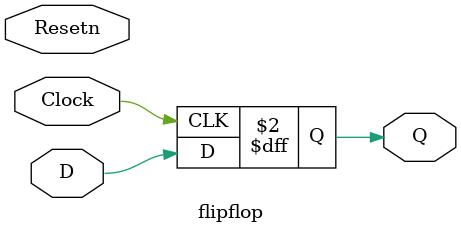
<source format=v>
module part1(input [9:0] SW, input [3:0] KEY, output [9:0]LEDR, output [8:0] Y, y);
	wire w, z;
	
	assign w = SW[1];
	assign LEDR[9] = z;
	
	
	assign Y[0] = ~SW[0];
	assign Y[1] = SW[0]&(~w&(y[0]|y[5]|y[6]|y[7]|y[8]));
	assign Y[2] = SW[0]&(~w&y[1]);
	assign Y[3] = SW[0]&(~w&y[2]);
	assign Y[4] = SW[0]&(~w&(y[3]|y[4]));
	assign Y[5] = SW[0]&(w&(y[0]|y[1]|y[2]|y[3]|y[4]));
	assign Y[6] = SW[0]&(w&(y[5]));
	assign Y[7] = SW[0]&(w&(y[6]));
	assign Y[8] = SW[0]&(w&(y[8]|y[7]));
	
	assign z = (y[8]|y[4]);
	
	flipflop A1 (Y[0], KEY[0], SW[0], y[0]);
	flipflop A2 (Y[1], KEY[0], SW[0], y[1]);
	flipflop A3 (Y[2], KEY[0], SW[0], y[2]);
	flipflop A4 (Y[3], KEY[0], SW[0], y[3]);
	flipflop A5 (Y[4], KEY[0], SW[0], y[4]);
	flipflop A6 (Y[5], KEY[0], SW[0], y[5]);
	flipflop A7 (Y[6], KEY[0], SW[0], y[6]);
	flipflop A8 (Y[7], KEY[0], SW[0], y[7]);
	flipflop A9 (Y[8], KEY[0], SW[0], y[8]);
	
	assign LEDR[8:0] = y[8:0];

endmodule
	
module flipflop(input D, Clock, Resetn, output reg Q);
	always @(posedge Clock)
		Q <= D;
endmodule

</source>
